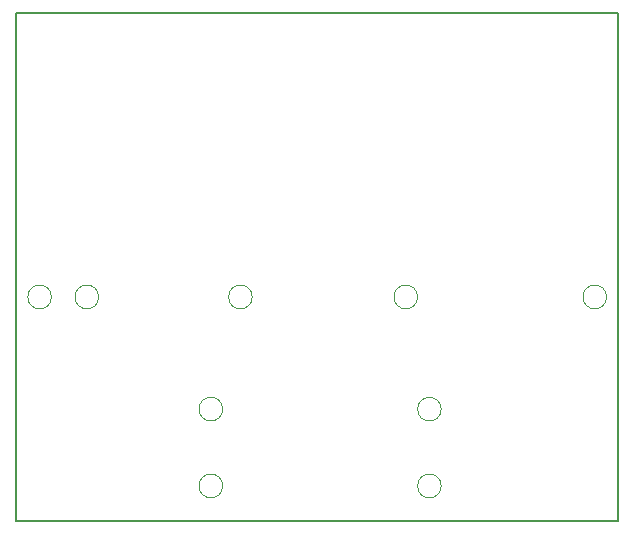
<source format=gbr>
%TF.GenerationSoftware,KiCad,Pcbnew,7.0.9*%
%TF.CreationDate,2024-01-16T21:18:43+00:00*%
%TF.ProjectId,egg-timer,6567672d-7469-46d6-9572-2e6b69636164,rev?*%
%TF.SameCoordinates,Original*%
%TF.FileFunction,Profile,NP*%
%FSLAX46Y46*%
G04 Gerber Fmt 4.6, Leading zero omitted, Abs format (unit mm)*
G04 Created by KiCad (PCBNEW 7.0.9) date 2024-01-16 21:18:43*
%MOMM*%
%LPD*%
G01*
G04 APERTURE LIST*
%TA.AperFunction,Profile*%
%ADD10C,0.150000*%
%TD*%
%TA.AperFunction,Profile*%
%ADD11C,0.038100*%
%TD*%
G04 APERTURE END LIST*
D10*
X100000000Y-77000000D02*
X151000000Y-77000000D01*
X151000000Y-120000000D01*
X100000000Y-120000000D01*
X100000000Y-77000000D01*
D11*
X150000000Y-101000000D02*
G75*
G03*
X150000000Y-101000000I-1000000J0D01*
G01*
X117500000Y-117000000D02*
G75*
G03*
X117500000Y-117000000I-1000000J0D01*
G01*
X134000000Y-101000000D02*
G75*
G03*
X134000000Y-101000000I-1000000J0D01*
G01*
X136000000Y-110500000D02*
G75*
G03*
X136000000Y-110500000I-1000000J0D01*
G01*
X107000000Y-101000000D02*
G75*
G03*
X107000000Y-101000000I-1000000J0D01*
G01*
X103000000Y-101000000D02*
G75*
G03*
X103000000Y-101000000I-1000000J0D01*
G01*
X136000000Y-117000000D02*
G75*
G03*
X136000000Y-117000000I-1000000J0D01*
G01*
X117500000Y-110500000D02*
G75*
G03*
X117500000Y-110500000I-1000000J0D01*
G01*
X120000000Y-101000000D02*
G75*
G03*
X120000000Y-101000000I-1000000J0D01*
G01*
M02*

</source>
